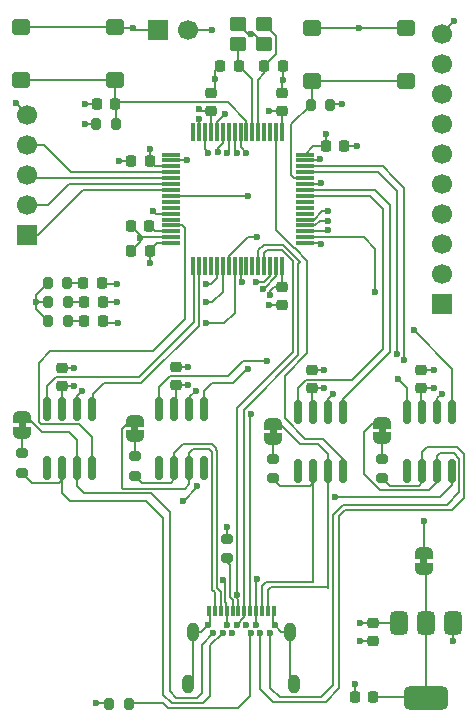
<source format=gbr>
%TF.GenerationSoftware,KiCad,Pcbnew,9.0.4*%
%TF.CreationDate,2025-09-10T15:59:19+03:00*%
%TF.ProjectId,Asius1,41736975-7331-42e6-9b69-6361645f7063,rev?*%
%TF.SameCoordinates,Original*%
%TF.FileFunction,Copper,L1,Top*%
%TF.FilePolarity,Positive*%
%FSLAX46Y46*%
G04 Gerber Fmt 4.6, Leading zero omitted, Abs format (unit mm)*
G04 Created by KiCad (PCBNEW 9.0.4) date 2025-09-10 15:59:19*
%MOMM*%
%LPD*%
G01*
G04 APERTURE LIST*
G04 Aperture macros list*
%AMRoundRect*
0 Rectangle with rounded corners*
0 $1 Rounding radius*
0 $2 $3 $4 $5 $6 $7 $8 $9 X,Y pos of 4 corners*
0 Add a 4 corners polygon primitive as box body*
4,1,4,$2,$3,$4,$5,$6,$7,$8,$9,$2,$3,0*
0 Add four circle primitives for the rounded corners*
1,1,$1+$1,$2,$3*
1,1,$1+$1,$4,$5*
1,1,$1+$1,$6,$7*
1,1,$1+$1,$8,$9*
0 Add four rect primitives between the rounded corners*
20,1,$1+$1,$2,$3,$4,$5,0*
20,1,$1+$1,$4,$5,$6,$7,0*
20,1,$1+$1,$6,$7,$8,$9,0*
20,1,$1+$1,$8,$9,$2,$3,0*%
%AMFreePoly0*
4,1,23,0.500000,-0.750000,0.000000,-0.750000,0.000000,-0.745722,-0.065263,-0.745722,-0.191342,-0.711940,-0.304381,-0.646677,-0.396677,-0.554381,-0.461940,-0.441342,-0.495722,-0.315263,-0.495722,-0.250000,-0.500000,-0.250000,-0.500000,0.250000,-0.495722,0.250000,-0.495722,0.315263,-0.461940,0.441342,-0.396677,0.554381,-0.304381,0.646677,-0.191342,0.711940,-0.065263,0.745722,0.000000,0.745722,
0.000000,0.750000,0.500000,0.750000,0.500000,-0.750000,0.500000,-0.750000,$1*%
%AMFreePoly1*
4,1,23,0.000000,0.745722,0.065263,0.745722,0.191342,0.711940,0.304381,0.646677,0.396677,0.554381,0.461940,0.441342,0.495722,0.315263,0.495722,0.250000,0.500000,0.250000,0.500000,-0.250000,0.495722,-0.250000,0.495722,-0.315263,0.461940,-0.441342,0.396677,-0.554381,0.304381,-0.646677,0.191342,-0.711940,0.065263,-0.745722,0.000000,-0.745722,0.000000,-0.750000,-0.500000,-0.750000,
-0.500000,0.750000,0.000000,0.750000,0.000000,0.745722,0.000000,0.745722,$1*%
G04 Aperture macros list end*
%TA.AperFunction,EtchedComponent*%
%ADD10C,0.000000*%
%TD*%
%TA.AperFunction,ComponentPad*%
%ADD11O,1.000000X1.600000*%
%TD*%
%TA.AperFunction,SMDPad,CuDef*%
%ADD12R,0.300000X0.900000*%
%TD*%
%TA.AperFunction,ComponentPad*%
%ADD13C,0.600000*%
%TD*%
%TA.AperFunction,SMDPad,CuDef*%
%ADD14RoundRect,0.200000X-0.200000X-0.275000X0.200000X-0.275000X0.200000X0.275000X-0.200000X0.275000X0*%
%TD*%
%TA.AperFunction,SMDPad,CuDef*%
%ADD15RoundRect,0.250000X-0.450000X-0.350000X0.450000X-0.350000X0.450000X0.350000X-0.450000X0.350000X0*%
%TD*%
%TA.AperFunction,SMDPad,CuDef*%
%ADD16RoundRect,0.250000X-0.525000X-0.400000X0.525000X-0.400000X0.525000X0.400000X-0.525000X0.400000X0*%
%TD*%
%TA.AperFunction,SMDPad,CuDef*%
%ADD17RoundRect,0.200000X0.200000X0.275000X-0.200000X0.275000X-0.200000X-0.275000X0.200000X-0.275000X0*%
%TD*%
%TA.AperFunction,SMDPad,CuDef*%
%ADD18RoundRect,0.225000X0.250000X-0.225000X0.250000X0.225000X-0.250000X0.225000X-0.250000X-0.225000X0*%
%TD*%
%TA.AperFunction,SMDPad,CuDef*%
%ADD19RoundRect,0.225000X-0.225000X-0.250000X0.225000X-0.250000X0.225000X0.250000X-0.225000X0.250000X0*%
%TD*%
%TA.AperFunction,SMDPad,CuDef*%
%ADD20RoundRect,0.225000X0.225000X0.250000X-0.225000X0.250000X-0.225000X-0.250000X0.225000X-0.250000X0*%
%TD*%
%TA.AperFunction,SMDPad,CuDef*%
%ADD21FreePoly0,270.000000*%
%TD*%
%TA.AperFunction,SMDPad,CuDef*%
%ADD22FreePoly1,270.000000*%
%TD*%
%TA.AperFunction,SMDPad,CuDef*%
%ADD23RoundRect,0.218750X0.218750X0.256250X-0.218750X0.256250X-0.218750X-0.256250X0.218750X-0.256250X0*%
%TD*%
%TA.AperFunction,ComponentPad*%
%ADD24R,1.700000X1.700000*%
%TD*%
%TA.AperFunction,ComponentPad*%
%ADD25C,1.700000*%
%TD*%
%TA.AperFunction,SMDPad,CuDef*%
%ADD26RoundRect,0.200000X-0.275000X0.200000X-0.275000X-0.200000X0.275000X-0.200000X0.275000X0.200000X0*%
%TD*%
%TA.AperFunction,SMDPad,CuDef*%
%ADD27RoundRect,0.200000X0.275000X-0.200000X0.275000X0.200000X-0.275000X0.200000X-0.275000X-0.200000X0*%
%TD*%
%TA.AperFunction,SMDPad,CuDef*%
%ADD28RoundRect,0.150000X-0.150000X0.825000X-0.150000X-0.825000X0.150000X-0.825000X0.150000X0.825000X0*%
%TD*%
%TA.AperFunction,SMDPad,CuDef*%
%ADD29RoundRect,0.375000X-0.375000X0.625000X-0.375000X-0.625000X0.375000X-0.625000X0.375000X0.625000X0*%
%TD*%
%TA.AperFunction,SMDPad,CuDef*%
%ADD30RoundRect,0.500000X-1.400000X0.500000X-1.400000X-0.500000X1.400000X-0.500000X1.400000X0.500000X0*%
%TD*%
%TA.AperFunction,SMDPad,CuDef*%
%ADD31RoundRect,0.225000X-0.250000X0.225000X-0.250000X-0.225000X0.250000X-0.225000X0.250000X0.225000X0*%
%TD*%
%TA.AperFunction,SMDPad,CuDef*%
%ADD32RoundRect,0.075000X-0.075000X0.700000X-0.075000X-0.700000X0.075000X-0.700000X0.075000X0.700000X0*%
%TD*%
%TA.AperFunction,SMDPad,CuDef*%
%ADD33RoundRect,0.075000X-0.700000X0.075000X-0.700000X-0.075000X0.700000X-0.075000X0.700000X0.075000X0*%
%TD*%
%TA.AperFunction,ViaPad*%
%ADD34C,0.600000*%
%TD*%
%TA.AperFunction,Conductor*%
%ADD35C,0.200000*%
%TD*%
G04 APERTURE END LIST*
D10*
%TA.AperFunction,EtchedComponent*%
%TO.C,JP2*%
G36*
X90050000Y-106650000D02*
G01*
X89450000Y-106650000D01*
X89450000Y-106150000D01*
X90050000Y-106150000D01*
X90050000Y-106650000D01*
G37*
%TD.AperFunction*%
%TA.AperFunction,EtchedComponent*%
%TO.C,JP3*%
G36*
X78300000Y-106400000D02*
G01*
X77700000Y-106400000D01*
X77700000Y-105900000D01*
X78300000Y-105900000D01*
X78300000Y-106400000D01*
G37*
%TD.AperFunction*%
%TA.AperFunction,EtchedComponent*%
%TO.C,JP5*%
G36*
X102800000Y-117650000D02*
G01*
X102200000Y-117650000D01*
X102200000Y-117150000D01*
X102800000Y-117150000D01*
X102800000Y-117650000D01*
G37*
%TD.AperFunction*%
%TA.AperFunction,EtchedComponent*%
%TO.C,JP4*%
G36*
X68800000Y-106125000D02*
G01*
X68200000Y-106125000D01*
X68200000Y-105625000D01*
X68800000Y-105625000D01*
X68800000Y-106125000D01*
G37*
%TD.AperFunction*%
%TA.AperFunction,EtchedComponent*%
%TO.C,JP1*%
G36*
X99290000Y-106600000D02*
G01*
X98690000Y-106600000D01*
X98690000Y-106100000D01*
X99290000Y-106100000D01*
X99290000Y-106600000D01*
G37*
%TD.AperFunction*%
%TD*%
D11*
%TO.P,USBC1,0,0*%
%TO.N,GND*%
X82560000Y-127810000D03*
X82920000Y-123400000D03*
X91180000Y-123400000D03*
X91540000Y-127810000D03*
D12*
%TO.P,USBC1,A1,GND*%
X84299500Y-121600000D03*
%TO.P,USBC1,A2,SSTXP1*%
%TO.N,/CAN1_H*%
X84800000Y-121600000D03*
%TO.P,USBC1,A3,SSTXn1*%
%TO.N,/CAN1_L*%
X85300000Y-121600000D03*
%TO.P,USBC1,A4,VBUS*%
%TO.N,+5V*%
X85800000Y-121600000D03*
%TO.P,USBC1,A5,CC1*%
%TO.N,Net-(USBC1-CC1)*%
X86300000Y-121600000D03*
%TO.P,USBC1,A6,DP1*%
%TO.N,/D+*%
X86800000Y-121600000D03*
%TO.P,USBC1,A7,DN1*%
%TO.N,/D-*%
X87300000Y-121600000D03*
%TO.P,USBC1,A8,SUB1*%
%TO.N,/SBU1*%
X87800000Y-121600000D03*
%TO.P,USBC1,A9,VBUS*%
%TO.N,+5V*%
X88300000Y-121600000D03*
%TO.P,USBC1,A10,SSRXn2*%
%TO.N,/CAN2_L*%
X88800000Y-121600000D03*
%TO.P,USBC1,A11,SSRXp2*%
%TO.N,/CAN2_H*%
X89300000Y-121600000D03*
%TO.P,USBC1,A12,GND*%
%TO.N,GND*%
X89800000Y-121600000D03*
D13*
%TO.P,USBC1,B1,GND*%
X89850000Y-122810000D03*
%TO.P,USBC1,B2,SSTXp2*%
%TO.N,/CAN3_H*%
X89450000Y-123510000D03*
%TO.P,USBC1,B3,SSTXn2*%
%TO.N,/CAN3_L*%
X88650000Y-123510000D03*
%TO.P,USBC1,B4,VBUS*%
%TO.N,+5V*%
X88250000Y-122810000D03*
%TO.P,USBC1,B5,CC2*%
%TO.N,Net-(USBC1-CC2)*%
X87850000Y-123510000D03*
%TO.P,USBC1,B6,DP2*%
%TO.N,/D+*%
X87450000Y-122810000D03*
%TO.P,USBC1,B7,DN2*%
%TO.N,/D-*%
X86650000Y-122810000D03*
%TO.P,USBC1,B8,SUB2*%
%TO.N,/SBU2*%
X86250000Y-123510000D03*
%TO.P,USBC1,B9,VBUS*%
%TO.N,+5V*%
X85850000Y-122810000D03*
%TO.P,USBC1,B10,SSRXn1*%
%TO.N,/CAN4_L*%
X85450000Y-123510000D03*
%TO.P,USBC1,B11,SSRXp1*%
%TO.N,/CAN4_H*%
X84650000Y-123510000D03*
%TO.P,USBC1,B12,GND*%
%TO.N,GND*%
X84250000Y-122810000D03*
%TD*%
D14*
%TO.P,R5,1*%
%TO.N,+3.3V*%
X74770000Y-80425000D03*
%TO.P,R5,2*%
%TO.N,Net-(U1-NRST)*%
X76420000Y-80425000D03*
%TD*%
D15*
%TO.P,Y2,1,1*%
%TO.N,Net-(U1-PH1)*%
X86800000Y-73650000D03*
%TO.P,Y2,2,2*%
%TO.N,GND*%
X89000000Y-73650000D03*
%TO.P,Y2,3,3*%
%TO.N,Net-(U1-PH0)*%
X89000000Y-71950000D03*
%TO.P,Y2,4,4*%
%TO.N,GND*%
X86800000Y-71950000D03*
%TD*%
D16*
%TO.P,SW2,1,1*%
%TO.N,GND*%
X68345000Y-72175000D03*
X76305000Y-72175000D03*
%TO.P,SW2,2,2*%
%TO.N,Net-(U1-NRST)*%
X68345000Y-76675000D03*
X76305000Y-76675000D03*
%TD*%
D17*
%TO.P,R8,1*%
%TO.N,Net-(D2-A)*%
X72325000Y-95475000D03*
%TO.P,R8,2*%
%TO.N,+3.3V*%
X70675000Y-95475000D03*
%TD*%
D18*
%TO.P,C10,1*%
%TO.N,+3.3V*%
X81500000Y-102525000D03*
%TO.P,C10,2*%
%TO.N,GND*%
X81500000Y-100975000D03*
%TD*%
D19*
%TO.P,C9,1*%
%TO.N,Net-(U1-PH0)*%
X89000000Y-75450000D03*
%TO.P,C9,2*%
%TO.N,GND*%
X90550000Y-75450000D03*
%TD*%
%TO.P,C2,1*%
%TO.N,+3.3V*%
X94225000Y-82275000D03*
%TO.P,C2,2*%
%TO.N,GND*%
X95775000Y-82275000D03*
%TD*%
D20*
%TO.P,C4,1*%
%TO.N,+3.3V*%
X79275000Y-91125000D03*
%TO.P,C4,2*%
%TO.N,GND*%
X77725000Y-91125000D03*
%TD*%
D21*
%TO.P,JP2,1,A*%
%TO.N,/CAN2_H*%
X89750000Y-105750000D03*
D22*
%TO.P,JP2,2,B*%
%TO.N,Net-(JP2-B)*%
X89750000Y-107050000D03*
%TD*%
D20*
%TO.P,C18,1*%
%TO.N,Net-(U1-NRST)*%
X76345000Y-78675000D03*
%TO.P,C18,2*%
%TO.N,GND*%
X74795000Y-78675000D03*
%TD*%
%TO.P,C6,1*%
%TO.N,Net-(U1-PH1)*%
X86825000Y-75450000D03*
%TO.P,C6,2*%
%TO.N,GND*%
X85275000Y-75450000D03*
%TD*%
D21*
%TO.P,JP3,1,A*%
%TO.N,/CAN1_H*%
X78000000Y-105500000D03*
D22*
%TO.P,JP3,2,B*%
%TO.N,Net-(JP3-B)*%
X78000000Y-106800000D03*
%TD*%
D23*
%TO.P,D2,1,K*%
%TO.N,Net-(D2-K)*%
X75287500Y-95475000D03*
%TO.P,D2,2,A*%
%TO.N,Net-(D2-A)*%
X73712500Y-95475000D03*
%TD*%
D18*
%TO.P,C11,1*%
%TO.N,+3.3V*%
X93000000Y-102775000D03*
%TO.P,C11,2*%
%TO.N,GND*%
X93000000Y-101225000D03*
%TD*%
D24*
%TO.P,J2,1,Pin_1*%
%TO.N,/PC2*%
X104000000Y-95610000D03*
D25*
%TO.P,J2,2,Pin_2*%
%TO.N,/PC4*%
X104000000Y-93070000D03*
%TO.P,J2,3,Pin_3*%
%TO.N,/PC8*%
X104000000Y-90530000D03*
%TO.P,J2,4,Pin_4*%
%TO.N,/PC10*%
X104000000Y-87990000D03*
%TO.P,J2,5,Pin_5*%
%TO.N,/PC11*%
X104000000Y-85450000D03*
%TO.P,J2,6,Pin_6*%
%TO.N,/PC12*%
X104000000Y-82910000D03*
%TO.P,J2,7,Pin_7*%
%TO.N,/PA1*%
X104000000Y-80370000D03*
%TO.P,J2,8,Pin_8*%
%TO.N,/PA13*%
X104000000Y-77830000D03*
%TO.P,J2,9,Pin_9*%
%TO.N,/PA14*%
X104000000Y-75290000D03*
%TO.P,J2,10,Pin_10*%
%TO.N,GND*%
X104000000Y-72750000D03*
%TD*%
D26*
%TO.P,R9,1*%
%TO.N,Net-(JP2-B)*%
X89750000Y-108750000D03*
%TO.P,R9,2*%
%TO.N,/CAN2_L*%
X89750000Y-110400000D03*
%TD*%
D27*
%TO.P,R12,1*%
%TO.N,Net-(USBC1-CC1)*%
X85800000Y-117137500D03*
%TO.P,R12,2*%
%TO.N,GND*%
X85800000Y-115487500D03*
%TD*%
D28*
%TO.P,U3,1,D*%
%TO.N,/CAN1_T*%
X83905000Y-104525000D03*
%TO.P,U3,2,GND*%
%TO.N,GND*%
X82635000Y-104525000D03*
%TO.P,U3,3,VCC*%
%TO.N,+3.3V*%
X81365000Y-104525000D03*
%TO.P,U3,4,R*%
%TO.N,/CAN1_R*%
X80095000Y-104525000D03*
%TO.P,U3,5,Vref*%
%TO.N,unconnected-(U3-Vref-Pad5)*%
X80095000Y-109475000D03*
%TO.P,U3,6,CANL*%
%TO.N,/CAN1_L*%
X81365000Y-109475000D03*
%TO.P,U3,7,CANH*%
%TO.N,/CAN1_H*%
X82635000Y-109475000D03*
%TO.P,U3,8,Rs*%
%TO.N,/CAN1_E*%
X83905000Y-109475000D03*
%TD*%
D23*
%TO.P,D4,1,K*%
%TO.N,Net-(D4-K)*%
X75318750Y-97100000D03*
%TO.P,D4,2,A*%
%TO.N,Net-(D4-A)*%
X73743750Y-97100000D03*
%TD*%
D17*
%TO.P,R1,1*%
%TO.N,Net-(D1-A)*%
X72281250Y-93875000D03*
%TO.P,R1,2*%
%TO.N,+3.3V*%
X70631250Y-93875000D03*
%TD*%
D20*
%TO.P,C7,1*%
%TO.N,Net-(U1-VCAP_1)*%
X79250000Y-89000000D03*
%TO.P,C7,2*%
%TO.N,GND*%
X77700000Y-89000000D03*
%TD*%
D29*
%TO.P,U5,1,GND*%
%TO.N,GND*%
X104950000Y-122650000D03*
%TO.P,U5,2,VO*%
%TO.N,Net-(JP5-B)*%
X102650000Y-122650000D03*
D30*
X102650000Y-128950000D03*
D29*
%TO.P,U5,3,VI*%
%TO.N,+5V*%
X100350000Y-122650000D03*
%TD*%
D31*
%TO.P,C3,1*%
%TO.N,+3.3V*%
X90475000Y-94200000D03*
%TO.P,C3,2*%
%TO.N,GND*%
X90475000Y-95750000D03*
%TD*%
D28*
%TO.P,U2,1,D*%
%TO.N,/CAN4_T*%
X74405000Y-104525000D03*
%TO.P,U2,2,GND*%
%TO.N,GND*%
X73135000Y-104525000D03*
%TO.P,U2,3,VCC*%
%TO.N,+3.3V*%
X71865000Y-104525000D03*
%TO.P,U2,4,R*%
%TO.N,/CAN4_R*%
X70595000Y-104525000D03*
%TO.P,U2,5,Vref*%
%TO.N,unconnected-(U2-Vref-Pad5)*%
X70595000Y-109475000D03*
%TO.P,U2,6,CANL*%
%TO.N,/CAN4_L*%
X71865000Y-109475000D03*
%TO.P,U2,7,CANH*%
%TO.N,/CAN4_H*%
X73135000Y-109475000D03*
%TO.P,U2,8,Rs*%
%TO.N,/CAN4_E*%
X74405000Y-109475000D03*
%TD*%
%TO.P,U4,1,D*%
%TO.N,/CAN2_T*%
X95655000Y-104775000D03*
%TO.P,U4,2,GND*%
%TO.N,GND*%
X94385000Y-104775000D03*
%TO.P,U4,3,VCC*%
%TO.N,+3.3V*%
X93115000Y-104775000D03*
%TO.P,U4,4,R*%
%TO.N,/CAN2_R*%
X91845000Y-104775000D03*
%TO.P,U4,5,Vref*%
%TO.N,unconnected-(U4-Vref-Pad5)*%
X91845000Y-109725000D03*
%TO.P,U4,6,CANL*%
%TO.N,/CAN2_L*%
X93115000Y-109725000D03*
%TO.P,U4,7,CANH*%
%TO.N,/CAN2_H*%
X94385000Y-109725000D03*
%TO.P,U4,8,Rs*%
%TO.N,/CAN2_E*%
X95655000Y-109725000D03*
%TD*%
D26*
%TO.P,R7,1*%
%TO.N,Net-(JP1-B)*%
X98990000Y-108750000D03*
%TO.P,R7,2*%
%TO.N,/CAN3_L*%
X98990000Y-110400000D03*
%TD*%
D21*
%TO.P,JP5,1,A*%
%TO.N,+3.3V*%
X102500000Y-116750000D03*
D22*
%TO.P,JP5,2,B*%
%TO.N,Net-(JP5-B)*%
X102500000Y-118050000D03*
%TD*%
D26*
%TO.P,R11,1*%
%TO.N,Net-(JP4-B)*%
X68500000Y-108275000D03*
%TO.P,R11,2*%
%TO.N,/CAN4_L*%
X68500000Y-109925000D03*
%TD*%
D18*
%TO.P,C1,1*%
%TO.N,+3.3V*%
X84475000Y-79300000D03*
%TO.P,C1,2*%
%TO.N,GND*%
X84475000Y-77750000D03*
%TD*%
D21*
%TO.P,JP4,1,A*%
%TO.N,/CAN4_H*%
X68500000Y-105225000D03*
D22*
%TO.P,JP4,2,B*%
%TO.N,Net-(JP4-B)*%
X68500000Y-106525000D03*
%TD*%
D18*
%TO.P,C15,1*%
%TO.N,+3.3V*%
X71845000Y-102575000D03*
%TO.P,C15,2*%
%TO.N,GND*%
X71845000Y-101025000D03*
%TD*%
%TO.P,C8,1*%
%TO.N,+3.3V*%
X90475000Y-79300000D03*
%TO.P,C8,2*%
%TO.N,GND*%
X90475000Y-77750000D03*
%TD*%
D23*
%TO.P,D1,1,K*%
%TO.N,Net-(D1-K)*%
X75243750Y-93875000D03*
%TO.P,D1,2,A*%
%TO.N,Net-(D1-A)*%
X73668750Y-93875000D03*
%TD*%
D18*
%TO.P,C12,1*%
%TO.N,+3.3V*%
X102240000Y-102775000D03*
%TO.P,C12,2*%
%TO.N,GND*%
X102240000Y-101225000D03*
%TD*%
D24*
%TO.P,J1,1,Pin_1*%
%TO.N,/MOSI*%
X68925000Y-89800000D03*
D25*
%TO.P,J1,2,Pin_2*%
%TO.N,/MISO*%
X68925000Y-87260000D03*
%TO.P,J1,3,Pin_3*%
%TO.N,/SCK*%
X68925000Y-84720000D03*
%TO.P,J1,4,Pin_4*%
%TO.N,/NSS*%
X68925000Y-82180000D03*
%TO.P,J1,5,Pin_5*%
%TO.N,GND*%
X68925000Y-79640000D03*
%TD*%
D32*
%TO.P,U1,1,VBAT*%
%TO.N,+3.3V*%
X90475000Y-81050000D03*
%TO.P,U1,2,PC13*%
%TO.N,/CAN2_E*%
X89975000Y-81050000D03*
%TO.P,U1,3,PC14*%
%TO.N,unconnected-(U1-PC14-Pad3)*%
X89475000Y-81050000D03*
%TO.P,U1,4,PC15*%
%TO.N,unconnected-(U1-PC15-Pad4)*%
X88975000Y-81050000D03*
%TO.P,U1,5,PH0*%
%TO.N,Net-(U1-PH0)*%
X88475000Y-81050000D03*
%TO.P,U1,6,PH1*%
%TO.N,Net-(U1-PH1)*%
X87975000Y-81050000D03*
%TO.P,U1,7,NRST*%
%TO.N,Net-(U1-NRST)*%
X87475000Y-81050000D03*
%TO.P,U1,8,PC0*%
%TO.N,/SBU1*%
X86975000Y-81050000D03*
%TO.P,U1,9,PC1*%
%TO.N,/CAN1_E*%
X86475000Y-81050000D03*
%TO.P,U1,10,PC2*%
%TO.N,/PC2*%
X85975000Y-81050000D03*
%TO.P,U1,11,PC3*%
%TO.N,/SBU2*%
X85475000Y-81050000D03*
%TO.P,U1,12,VSSA*%
%TO.N,GND*%
X84975000Y-81050000D03*
%TO.P,U1,13,VDDA*%
%TO.N,+3.3V*%
X84475000Y-81050000D03*
%TO.P,U1,14,PA0*%
%TO.N,/CAN3_E*%
X83975000Y-81050000D03*
%TO.P,U1,15,PA1*%
%TO.N,/PA1*%
X83475000Y-81050000D03*
%TO.P,U1,16,PA2*%
%TO.N,unconnected-(U1-PA2-Pad16)*%
X82975000Y-81050000D03*
D33*
%TO.P,U1,17,PA3*%
%TO.N,unconnected-(U1-PA3-Pad17)*%
X81050000Y-82975000D03*
%TO.P,U1,18,VSS*%
%TO.N,GND*%
X81050000Y-83475000D03*
%TO.P,U1,19,VDD*%
%TO.N,+3.3V*%
X81050000Y-83975000D03*
%TO.P,U1,20,PA4*%
%TO.N,/NSS*%
X81050000Y-84475000D03*
%TO.P,U1,21,PA5*%
%TO.N,/SCK*%
X81050000Y-84975000D03*
%TO.P,U1,22,PA6*%
%TO.N,/MISO*%
X81050000Y-85475000D03*
%TO.P,U1,23,PA7*%
%TO.N,/MOSI*%
X81050000Y-85975000D03*
%TO.P,U1,24,PC4*%
%TO.N,/PC4*%
X81050000Y-86475000D03*
%TO.P,U1,25,PC5*%
%TO.N,unconnected-(U1-PC5-Pad25)*%
X81050000Y-86975000D03*
%TO.P,U1,26,PB0*%
%TO.N,unconnected-(U1-PB0-Pad26)*%
X81050000Y-87475000D03*
%TO.P,U1,27,PB1*%
%TO.N,GND*%
X81050000Y-87975000D03*
%TO.P,U1,28,PB2*%
%TO.N,unconnected-(U1-PB2-Pad28)*%
X81050000Y-88475000D03*
%TO.P,U1,29,PB10*%
%TO.N,/CAN4_E*%
X81050000Y-88975000D03*
%TO.P,U1,30,VCAP_1*%
%TO.N,Net-(U1-VCAP_1)*%
X81050000Y-89475000D03*
%TO.P,U1,31,VSS*%
%TO.N,GND*%
X81050000Y-89975000D03*
%TO.P,U1,32,VDD*%
%TO.N,+3.3V*%
X81050000Y-90475000D03*
D32*
%TO.P,U1,33,PB12*%
%TO.N,/CAN4_R*%
X82975000Y-92400000D03*
%TO.P,U1,34,PB13*%
%TO.N,/CAN4_T*%
X83475000Y-92400000D03*
%TO.P,U1,35,PB14*%
%TO.N,unconnected-(U1-PB14-Pad35)*%
X83975000Y-92400000D03*
%TO.P,U1,36,PB15*%
%TO.N,unconnected-(U1-PB15-Pad36)*%
X84475000Y-92400000D03*
%TO.P,U1,37,PC6*%
%TO.N,Net-(D1-K)*%
X84975000Y-92400000D03*
%TO.P,U1,38,PC7*%
%TO.N,Net-(D2-K)*%
X85475000Y-92400000D03*
%TO.P,U1,39,PC8*%
%TO.N,/PC8*%
X85975000Y-92400000D03*
%TO.P,U1,40,PC9*%
%TO.N,Net-(D4-K)*%
X86475000Y-92400000D03*
%TO.P,U1,41,PA8*%
%TO.N,/CAN3_R*%
X86975000Y-92400000D03*
%TO.P,U1,42,PA9*%
%TO.N,unconnected-(U1-PA9-Pad42)*%
X87475000Y-92400000D03*
%TO.P,U1,43,PA10*%
%TO.N,unconnected-(U1-PA10-Pad43)*%
X87975000Y-92400000D03*
%TO.P,U1,44,PA11*%
%TO.N,/D-*%
X88475000Y-92400000D03*
%TO.P,U1,45,PA12*%
%TO.N,/D+*%
X88975000Y-92400000D03*
%TO.P,U1,46,PA13*%
%TO.N,/PA13*%
X89475000Y-92400000D03*
%TO.P,U1,47,VSS*%
%TO.N,GND*%
X89975000Y-92400000D03*
%TO.P,U1,48,VDD*%
%TO.N,+3.3V*%
X90475000Y-92400000D03*
D33*
%TO.P,U1,49,PA14*%
%TO.N,/PA14*%
X92400000Y-90475000D03*
%TO.P,U1,50,PA15*%
%TO.N,/CAN3_T*%
X92400000Y-89975000D03*
%TO.P,U1,51,PC10*%
%TO.N,/PC10*%
X92400000Y-89475000D03*
%TO.P,U1,52,PC11*%
%TO.N,/PC11*%
X92400000Y-88975000D03*
%TO.P,U1,53,PC12*%
%TO.N,/PC12*%
X92400000Y-88475000D03*
%TO.P,U1,54,PD2*%
%TO.N,unconnected-(U1-PD2-Pad54)*%
X92400000Y-87975000D03*
%TO.P,U1,55,PB3*%
%TO.N,unconnected-(U1-PB3-Pad55)*%
X92400000Y-87475000D03*
%TO.P,U1,56,PB4*%
%TO.N,unconnected-(U1-PB4-Pad56)*%
X92400000Y-86975000D03*
%TO.P,U1,57,PB5*%
%TO.N,/CAN2_R*%
X92400000Y-86475000D03*
%TO.P,U1,58,PB6*%
%TO.N,/CAN2_T*%
X92400000Y-85975000D03*
%TO.P,U1,59,PB7*%
%TO.N,GND*%
X92400000Y-85475000D03*
%TO.P,U1,60,BOOT0*%
%TO.N,Net-(U1-BOOT0)*%
X92400000Y-84975000D03*
%TO.P,U1,61,PB8*%
%TO.N,/CAN1_T*%
X92400000Y-84475000D03*
%TO.P,U1,62,PB9*%
%TO.N,/CAN1_R*%
X92400000Y-83975000D03*
%TO.P,U1,63,VSS*%
%TO.N,GND*%
X92400000Y-83475000D03*
%TO.P,U1,64,VDD*%
%TO.N,+3.3V*%
X92400000Y-82975000D03*
%TD*%
D21*
%TO.P,JP1,1,A*%
%TO.N,/CAN3_H*%
X98990000Y-105700000D03*
D22*
%TO.P,JP1,2,B*%
%TO.N,Net-(JP1-B)*%
X98990000Y-107000000D03*
%TD*%
D24*
%TO.P,J3,1,Pin_1*%
%TO.N,GND*%
X80000000Y-72400000D03*
D25*
%TO.P,J3,2,Pin_2*%
%TO.N,+3.3V*%
X82540000Y-72400000D03*
%TD*%
D18*
%TO.P,C13,1*%
%TO.N,GND*%
X98225000Y-124200000D03*
%TO.P,C13,2*%
%TO.N,+5V*%
X98225000Y-122650000D03*
%TD*%
D28*
%TO.P,U6,1,D*%
%TO.N,/CAN3_T*%
X104895000Y-104775000D03*
%TO.P,U6,2,GND*%
%TO.N,GND*%
X103625000Y-104775000D03*
%TO.P,U6,3,VCC*%
%TO.N,+3.3V*%
X102355000Y-104775000D03*
%TO.P,U6,4,R*%
%TO.N,/CAN3_R*%
X101085000Y-104775000D03*
%TO.P,U6,5,Vref*%
%TO.N,unconnected-(U6-Vref-Pad5)*%
X101085000Y-109725000D03*
%TO.P,U6,6,CANL*%
%TO.N,/CAN3_L*%
X102355000Y-109725000D03*
%TO.P,U6,7,CANH*%
%TO.N,/CAN3_H*%
X103625000Y-109725000D03*
%TO.P,U6,8,Rs*%
%TO.N,/CAN3_E*%
X104895000Y-109725000D03*
%TD*%
D19*
%TO.P,C14,1*%
%TO.N,GND*%
X96675000Y-128905000D03*
%TO.P,C14,2*%
%TO.N,Net-(JP5-B)*%
X98225000Y-128905000D03*
%TD*%
D17*
%TO.P,R13,1*%
%TO.N,Net-(USBC1-CC2)*%
X77500000Y-129500000D03*
%TO.P,R13,2*%
%TO.N,GND*%
X75850000Y-129500000D03*
%TD*%
D20*
%TO.P,C5,1*%
%TO.N,+3.3V*%
X79275000Y-83525000D03*
%TO.P,C5,2*%
%TO.N,GND*%
X77725000Y-83525000D03*
%TD*%
D17*
%TO.P,R3,1*%
%TO.N,Net-(D4-A)*%
X72356250Y-97100000D03*
%TO.P,R3,2*%
%TO.N,+3.3V*%
X70706250Y-97100000D03*
%TD*%
D26*
%TO.P,R10,1*%
%TO.N,Net-(JP3-B)*%
X78000000Y-108500000D03*
%TO.P,R10,2*%
%TO.N,/CAN1_L*%
X78000000Y-110150000D03*
%TD*%
D14*
%TO.P,R2,1*%
%TO.N,Net-(U1-BOOT0)*%
X92925000Y-78750000D03*
%TO.P,R2,2*%
%TO.N,GND*%
X94575000Y-78750000D03*
%TD*%
D16*
%TO.P,SW1,1,1*%
%TO.N,+3.3V*%
X93000000Y-72250000D03*
X100960000Y-72250000D03*
%TO.P,SW1,2,2*%
%TO.N,Net-(U1-BOOT0)*%
X93000000Y-76750000D03*
X100960000Y-76750000D03*
%TD*%
D34*
%TO.N,/D+*%
X86700000Y-120300000D03*
%TO.N,GND*%
X85700000Y-79575000D03*
X89400000Y-95750000D03*
X104000000Y-103225000D03*
X77875000Y-72250000D03*
X85850000Y-114487500D03*
X79550000Y-87750000D03*
X95550000Y-78725000D03*
X96675000Y-127800000D03*
X93737500Y-83375000D03*
X88871366Y-94325000D03*
X84850000Y-76575000D03*
X104950000Y-124200000D03*
X78475000Y-90025000D03*
X103325000Y-101250000D03*
X82550000Y-100975000D03*
X94050000Y-101225000D03*
X90550000Y-76650000D03*
X72900000Y-101050000D03*
X76650000Y-83525000D03*
X83200000Y-102975000D03*
X74725000Y-129450000D03*
X96800000Y-82275000D03*
X73590544Y-102957772D03*
X73800000Y-78675000D03*
X87850000Y-72775000D03*
X82425000Y-83475000D03*
X94825000Y-103225000D03*
X67925000Y-78625000D03*
X105050000Y-71675000D03*
X97125000Y-124200000D03*
X93750000Y-85375000D03*
%TO.N,+3.3V*%
X83475000Y-79149000D03*
X102500000Y-114025000D03*
X79275000Y-92175000D03*
X94225000Y-81225000D03*
X72875000Y-102600000D03*
X89400000Y-79300000D03*
X84575000Y-72400000D03*
X103350000Y-102710008D03*
X82525000Y-102525000D03*
X94050000Y-102750000D03*
X69675000Y-95450000D03*
X79275000Y-82500000D03*
X89475000Y-94850000D03*
X73775000Y-80400000D03*
X97000000Y-72225000D03*
%TO.N,Net-(D1-K)*%
X76500000Y-93925000D03*
X84026000Y-93925000D03*
%TO.N,Net-(D2-K)*%
X76525000Y-95450000D03*
X84026000Y-95450000D03*
%TO.N,Net-(D4-K)*%
X76575000Y-97225000D03*
X84026000Y-97225000D03*
%TO.N,/PC10*%
X94375000Y-89375000D03*
%TO.N,/PA13*%
X88275000Y-93725000D03*
%TO.N,/PC11*%
X94399208Y-88575364D03*
%TO.N,/PC4*%
X87600000Y-86450000D03*
%TO.N,/PC12*%
X94400697Y-87775363D03*
%TO.N,/PA14*%
X93800000Y-90575000D03*
%TO.N,/PA1*%
X83464057Y-79948925D03*
%TO.N,/PC8*%
X88400000Y-89975000D03*
%TO.N,/PC2*%
X85837201Y-82811736D03*
%TO.N,/SBU2*%
X85037793Y-82780890D03*
X82125000Y-112300000D03*
X83325000Y-111050000D03*
%TO.N,/SBU1*%
X87850000Y-104961765D03*
X87475000Y-82850000D03*
%TO.N,/CAN3_R*%
X87075000Y-93800000D03*
X100295000Y-101955000D03*
%TO.N,/CAN1_R*%
X100850000Y-100350000D03*
X89250000Y-100425000D03*
%TO.N,/CAN3_T*%
X101625000Y-97850000D03*
X98400000Y-94625000D03*
%TO.N,/CAN1_E*%
X86636712Y-82839758D03*
X83924000Y-109475000D03*
%TO.N,/CAN1_T*%
X100225000Y-99825000D03*
X87626000Y-101163235D03*
%TO.N,/CAN3_E*%
X94985000Y-111975000D03*
X84238189Y-82806107D03*
%TO.N,+5V*%
X88350000Y-118950000D03*
X85501000Y-119000000D03*
X97125000Y-122625000D03*
%TD*%
D35*
%TO.N,GND*%
X91180000Y-123400000D02*
X91180000Y-127450000D01*
X91180000Y-127450000D02*
X91540000Y-127810000D01*
X82920000Y-123400000D02*
X82920000Y-127450000D01*
X82920000Y-127450000D02*
X82560000Y-127810000D01*
X89850000Y-122810000D02*
X90440000Y-123400000D01*
X90440000Y-123400000D02*
X91180000Y-123400000D01*
X84250000Y-122810000D02*
X83660000Y-123400000D01*
X83660000Y-123400000D02*
X82920000Y-123400000D01*
%TO.N,Net-(USBC1-CC1)*%
X85800000Y-117137500D02*
X85800000Y-117500000D01*
X85800000Y-117500000D02*
X86050000Y-117750000D01*
X86050000Y-117750000D02*
X86050000Y-118769768D01*
X86050000Y-118769768D02*
X86052000Y-118771768D01*
X86052000Y-118771768D02*
X86052000Y-119228232D01*
X86050000Y-120438000D02*
X86300000Y-120688000D01*
X86052000Y-119228232D02*
X86050000Y-119230232D01*
X86050000Y-119230232D02*
X86050000Y-120438000D01*
X86300000Y-120688000D02*
X86300000Y-121600000D01*
%TO.N,+5V*%
X85650000Y-119853611D02*
X85651000Y-119854612D01*
X85651000Y-119854612D02*
X85651000Y-120899000D01*
X85650000Y-119149000D02*
X85650000Y-119853611D01*
X85651000Y-120899000D02*
X85701000Y-120899000D01*
X85501000Y-119000000D02*
X85650000Y-119149000D01*
X85701000Y-120899000D02*
X85701000Y-121501000D01*
X85701000Y-121501000D02*
X85800000Y-121600000D01*
%TO.N,/D-*%
X86650000Y-122810000D02*
X87300000Y-122160000D01*
X87300000Y-122160000D02*
X87300000Y-121600000D01*
%TO.N,+5V*%
X85850000Y-122810000D02*
X85850000Y-121650000D01*
X85850000Y-121650000D02*
X85800000Y-121600000D01*
X88250000Y-122810000D02*
X88250000Y-121650000D01*
X88250000Y-121650000D02*
X88300000Y-121600000D01*
%TO.N,GND*%
X89850000Y-122810000D02*
X89727422Y-122687422D01*
X89727422Y-122687422D02*
X89727422Y-121672578D01*
X89727422Y-121672578D02*
X89800000Y-121600000D01*
X84250000Y-122810000D02*
X84372578Y-122687422D01*
X84372578Y-122687422D02*
X84372578Y-121673078D01*
X84372578Y-121673078D02*
X84299500Y-121600000D01*
%TO.N,/CAN4_H*%
X73135000Y-109475000D02*
X73135000Y-111060000D01*
X73135000Y-111060000D02*
X73725000Y-111650000D01*
X73725000Y-111650000D02*
X79375000Y-111650000D01*
X79375000Y-111650000D02*
X80975000Y-113250000D01*
X83700000Y-128550000D02*
X83700000Y-124460000D01*
X80975000Y-113250000D02*
X80975000Y-128425000D01*
X80975000Y-128425000D02*
X81525000Y-128975000D01*
X83275000Y-128975000D02*
X83700000Y-128550000D01*
X81525000Y-128975000D02*
X83275000Y-128975000D01*
X83700000Y-124460000D02*
X84650000Y-123510000D01*
%TO.N,/CAN4_L*%
X79000000Y-112300000D02*
X80450000Y-113750000D01*
X80450000Y-128700000D02*
X81175000Y-129425000D01*
X72550000Y-112300000D02*
X79000000Y-112300000D01*
X80450000Y-113750000D02*
X80450000Y-128700000D01*
X71865000Y-111615000D02*
X72550000Y-112300000D01*
X71865000Y-110449999D02*
X71865000Y-111615000D01*
X83800000Y-129425000D02*
X84425000Y-128800000D01*
X81175000Y-129425000D02*
X83800000Y-129425000D01*
X84425000Y-128800000D02*
X84425000Y-124535000D01*
X84425000Y-124535000D02*
X85450000Y-123510000D01*
%TO.N,Net-(USBC1-CC2)*%
X87805000Y-128820000D02*
X87805000Y-123555000D01*
X80826000Y-129826000D02*
X86799000Y-129826000D01*
X80450000Y-129450000D02*
X80826000Y-129826000D01*
X86799000Y-129826000D02*
X87805000Y-128820000D01*
X77425000Y-129450000D02*
X80450000Y-129450000D01*
X87805000Y-123555000D02*
X87850000Y-123510000D01*
%TO.N,/CAN3_L*%
X102355000Y-109725000D02*
X102355000Y-108195000D01*
X89700000Y-129325000D02*
X88605000Y-128230000D01*
X94200000Y-129325000D02*
X89700000Y-129325000D01*
X102355000Y-108195000D02*
X102775000Y-107775000D01*
X105899000Y-112048000D02*
X104847000Y-113100000D01*
X105325000Y-107775000D02*
X105899000Y-108349000D01*
X102775000Y-107775000D02*
X105325000Y-107775000D01*
X105899000Y-108349000D02*
X105899000Y-112048000D01*
X104847000Y-113100000D02*
X95825000Y-113100000D01*
X95350000Y-113575000D02*
X95350000Y-128175000D01*
X95350000Y-128175000D02*
X94200000Y-129325000D01*
X95825000Y-113100000D02*
X95350000Y-113575000D01*
X88605000Y-128230000D02*
X88605000Y-123555000D01*
X88605000Y-123555000D02*
X88650000Y-123510000D01*
%TO.N,/CAN3_H*%
X103900000Y-108250000D02*
X105036968Y-108250000D01*
X93800000Y-128900000D02*
X90275000Y-128900000D01*
X105496000Y-108709032D02*
X105496000Y-111579000D01*
X89500000Y-128125000D02*
X89500000Y-123560000D01*
X89500000Y-123560000D02*
X89450000Y-123510000D01*
X103625000Y-108525000D02*
X103900000Y-108250000D01*
X94800000Y-113500000D02*
X94800000Y-127900000D01*
X94800000Y-127900000D02*
X93800000Y-128900000D01*
X105496000Y-111579000D02*
X104450000Y-112625000D01*
X105036968Y-108250000D02*
X105496000Y-108709032D01*
X103625000Y-109725000D02*
X103625000Y-108525000D01*
X104450000Y-112625000D02*
X95675000Y-112625000D01*
X90275000Y-128900000D02*
X89500000Y-128125000D01*
X95675000Y-112625000D02*
X94800000Y-113500000D01*
%TO.N,+5V*%
X88350000Y-118950000D02*
X88300000Y-119000000D01*
X88300000Y-119000000D02*
X88300000Y-121600000D01*
%TO.N,/CAN1_H*%
X82635000Y-109475000D02*
X82635000Y-108264999D01*
X82635000Y-108264999D02*
X82974999Y-107925000D01*
X82974999Y-107925000D02*
X84300000Y-107925000D01*
X84300000Y-107925000D02*
X84550000Y-108175000D01*
X84550000Y-108175000D02*
X84550000Y-119800000D01*
X84550000Y-119800000D02*
X84800000Y-120050000D01*
X84800000Y-120050000D02*
X84800000Y-121600000D01*
%TO.N,/CAN1_L*%
X81365000Y-109475000D02*
X81365000Y-108210000D01*
X84951000Y-108008900D02*
X84951000Y-119651000D01*
X85300000Y-120000000D02*
X85300000Y-121600000D01*
X81365000Y-108210000D02*
X82100000Y-107475000D01*
X82100000Y-107475000D02*
X84550000Y-107475000D01*
X84550000Y-107475000D02*
X84900000Y-107825000D01*
X84900000Y-107825000D02*
X84900000Y-107957900D01*
X84900000Y-107957900D02*
X84951000Y-108008900D01*
X84951000Y-119651000D02*
X85300000Y-120000000D01*
%TO.N,/D+*%
X88975000Y-92400000D02*
X88975000Y-91300000D01*
X86800000Y-120688000D02*
X86800000Y-121600000D01*
X88975000Y-91300000D02*
X89200000Y-91075000D01*
X91425000Y-92025000D02*
X91425000Y-99675000D01*
X89200000Y-91075000D02*
X90475000Y-91075000D01*
X90475000Y-91075000D02*
X91425000Y-92025000D01*
X91425000Y-99675000D02*
X86650000Y-104450000D01*
X86650000Y-104450000D02*
X86650000Y-120538000D01*
X86650000Y-120538000D02*
X86800000Y-120688000D01*
%TO.N,/D-*%
X88475000Y-92400000D02*
X88475000Y-91050000D01*
X88475000Y-91050000D02*
X88925000Y-90600000D01*
X88925000Y-90600000D02*
X90567100Y-90600000D01*
X91850000Y-92232958D02*
X91850000Y-99975000D01*
X87250000Y-104575000D02*
X87250000Y-121550000D01*
X90567100Y-90600000D02*
X92016479Y-92049379D01*
X92016479Y-92049379D02*
X92016479Y-92066479D01*
X92016479Y-92066479D02*
X91850000Y-92232958D01*
X91850000Y-99975000D02*
X87250000Y-104575000D01*
X87250000Y-121550000D02*
X87300000Y-121600000D01*
%TO.N,/SBU1*%
X87850000Y-104961765D02*
X87800000Y-105011765D01*
X87800000Y-105011765D02*
X87800000Y-121600000D01*
%TO.N,/CAN2_L*%
X88800000Y-121600000D02*
X88800000Y-119500000D01*
X93100000Y-119200000D02*
X93115000Y-119185000D01*
X88800000Y-119500000D02*
X89100000Y-119200000D01*
X89100000Y-119200000D02*
X93100000Y-119200000D01*
X93115000Y-119185000D02*
X93115000Y-109725000D01*
%TO.N,/CAN2_H*%
X94385000Y-109725000D02*
X94385000Y-119690000D01*
X94385000Y-119690000D02*
X94295000Y-119600000D01*
X89550000Y-119600000D02*
X89300000Y-119850000D01*
X89300000Y-119850000D02*
X89300000Y-121600000D01*
X94295000Y-119600000D02*
X89550000Y-119600000D01*
%TO.N,GND*%
X90550000Y-76650000D02*
X90625000Y-76650000D01*
X88942100Y-94325000D02*
X89975000Y-93292100D01*
X103625000Y-103600000D02*
X103625000Y-104775000D01*
X84850000Y-77375000D02*
X84475000Y-77750000D01*
X97125000Y-124200000D02*
X98225000Y-124200000D01*
X76650000Y-83525000D02*
X77725000Y-83525000D01*
X104950000Y-124200000D02*
X104950000Y-122650000D01*
X77400000Y-90750000D02*
X77700000Y-90750000D01*
X84850000Y-75875000D02*
X85275000Y-75450000D01*
X84850000Y-76575000D02*
X84850000Y-75875000D01*
X103325000Y-101250000D02*
X102265000Y-101250000D01*
X85850000Y-115512500D02*
X85850000Y-114487500D01*
X87625000Y-72775000D02*
X86800000Y-71950000D01*
X102265000Y-101250000D02*
X102240000Y-101225000D01*
X78475000Y-90375000D02*
X77725000Y-91125000D01*
X78475000Y-90025000D02*
X78525000Y-89975000D01*
X89400000Y-95750000D02*
X90475000Y-95750000D01*
X93650000Y-85475000D02*
X92400000Y-85475000D01*
X84975000Y-81050000D02*
X84975000Y-80241176D01*
X78525000Y-89975000D02*
X81050000Y-89975000D01*
X89975000Y-93292100D02*
X89975000Y-92400000D01*
X90650000Y-76675000D02*
X90475000Y-76850000D01*
X94400000Y-103650000D02*
X94400000Y-104760000D01*
X68370000Y-72150000D02*
X68345000Y-72175000D01*
X78475000Y-90025000D02*
X78475000Y-90375000D01*
X78025000Y-72400000D02*
X80000000Y-72400000D01*
X94600000Y-78725000D02*
X94575000Y-78750000D01*
X90475000Y-76850000D02*
X90475000Y-77750000D01*
X74725000Y-129450000D02*
X75775000Y-129450000D01*
X79825000Y-87975000D02*
X79550000Y-87700000D01*
X90625000Y-76650000D02*
X90650000Y-76675000D01*
X77875000Y-72250000D02*
X78025000Y-72400000D01*
X67925000Y-78640000D02*
X68925000Y-79640000D01*
X90550000Y-76650000D02*
X90550000Y-75450000D01*
X88871366Y-94325000D02*
X88942100Y-94325000D01*
X88125000Y-72775000D02*
X89000000Y-73650000D01*
X78475000Y-90025000D02*
X78475000Y-89775000D01*
X81050000Y-87975000D02*
X79825000Y-87975000D01*
X87850000Y-72775000D02*
X88125000Y-72775000D01*
X84975000Y-80241176D02*
X85691176Y-79525000D01*
X82635000Y-103540000D02*
X82635000Y-104525000D01*
X94825000Y-103225000D02*
X94400000Y-103650000D01*
X73800000Y-78675000D02*
X74795000Y-78675000D01*
X88871366Y-94325000D02*
X88700000Y-94325000D01*
X87850000Y-72775000D02*
X87625000Y-72775000D01*
X77875000Y-72250000D02*
X76380000Y-72250000D01*
X105050000Y-71700000D02*
X104000000Y-72750000D01*
X73590544Y-102957772D02*
X73135000Y-103413316D01*
X84850000Y-76575000D02*
X84850000Y-77375000D01*
X94400000Y-104760000D02*
X94385000Y-104775000D01*
X76380000Y-72250000D02*
X76305000Y-72175000D01*
X81050000Y-83475000D02*
X82425000Y-83475000D01*
X83200000Y-102975000D02*
X82635000Y-103540000D01*
X73135000Y-103413316D02*
X73135000Y-104525000D01*
X68345000Y-72175000D02*
X76305000Y-72175000D01*
X93675000Y-83475000D02*
X93850000Y-83300000D01*
X94050000Y-101225000D02*
X93000000Y-101225000D01*
X92400000Y-83475000D02*
X93675000Y-83475000D01*
X82550000Y-100975000D02*
X81500000Y-100975000D01*
X95550000Y-78725000D02*
X94600000Y-78725000D01*
X93750000Y-85375000D02*
X93650000Y-85475000D01*
X78475000Y-89775000D02*
X77700000Y-89000000D01*
X71870000Y-101050000D02*
X71845000Y-101025000D01*
X96675000Y-127800000D02*
X96675000Y-128905000D01*
X96800000Y-82275000D02*
X95775000Y-82275000D01*
X72900000Y-101050000D02*
X71870000Y-101050000D01*
X104000000Y-103225000D02*
X103625000Y-103600000D01*
X105050000Y-71675000D02*
X105050000Y-71700000D01*
X67925000Y-78625000D02*
X67925000Y-78640000D01*
%TO.N,+3.3V*%
X79925000Y-90475000D02*
X79275000Y-91125000D01*
X79275000Y-83525000D02*
X79275000Y-82500000D01*
X84426000Y-80401000D02*
X84475000Y-80450000D01*
X82525000Y-102525000D02*
X81500000Y-102525000D01*
X83626000Y-79300000D02*
X83475000Y-79149000D01*
X96875000Y-72250000D02*
X93000000Y-72250000D01*
X94225000Y-81225000D02*
X94225000Y-82275000D01*
X70700000Y-97100000D02*
X70706250Y-97100000D01*
X69675000Y-96075000D02*
X70700000Y-97100000D01*
X96900000Y-72225000D02*
X96875000Y-72250000D01*
X89400000Y-79300000D02*
X90475000Y-79300000D01*
X69675000Y-95450000D02*
X69675000Y-94831250D01*
X81500000Y-104390000D02*
X81365000Y-104525000D01*
X84475000Y-79300000D02*
X84475000Y-81050000D01*
X102240000Y-102775000D02*
X102240000Y-104660000D01*
X93100000Y-82275000D02*
X92400000Y-82975000D01*
X79725000Y-83975000D02*
X79275000Y-83525000D01*
X89475000Y-94500000D02*
X89775000Y-94200000D01*
X71870000Y-102600000D02*
X71845000Y-102575000D01*
X81050000Y-83975000D02*
X79725000Y-83975000D01*
X89775000Y-94200000D02*
X90475000Y-94200000D01*
X69675000Y-94831250D02*
X70631250Y-93875000D01*
X70650000Y-95450000D02*
X70675000Y-95475000D01*
X79275000Y-92175000D02*
X79275000Y-91125000D01*
X103350000Y-102710008D02*
X102304992Y-102710008D01*
X93000000Y-102775000D02*
X93000000Y-104660000D01*
X90475000Y-79300000D02*
X90475000Y-81050000D01*
X94050000Y-102750000D02*
X93025000Y-102750000D01*
X102500000Y-114025000D02*
X102500000Y-116750000D01*
X84475000Y-80450000D02*
X84475000Y-81050000D01*
X97000000Y-72225000D02*
X97025000Y-72250000D01*
X97025000Y-72250000D02*
X100960000Y-72250000D01*
X81050000Y-90475000D02*
X79925000Y-90475000D01*
X102240000Y-104660000D02*
X102355000Y-104775000D01*
X97000000Y-72225000D02*
X96900000Y-72225000D01*
X71845000Y-102575000D02*
X71845000Y-104505000D01*
X71845000Y-104505000D02*
X71865000Y-104525000D01*
X84565000Y-72410000D02*
X82550000Y-72410000D01*
X94225000Y-82275000D02*
X93100000Y-82275000D01*
X69675000Y-95450000D02*
X70650000Y-95450000D01*
X84475000Y-79300000D02*
X83626000Y-79300000D01*
X72875000Y-102600000D02*
X71870000Y-102600000D01*
X93025000Y-102750000D02*
X93000000Y-102775000D01*
X84575000Y-72400000D02*
X84565000Y-72410000D01*
X82550000Y-72410000D02*
X82540000Y-72400000D01*
X73775000Y-80400000D02*
X74745000Y-80400000D01*
X90475000Y-94200000D02*
X90475000Y-92400000D01*
X81025000Y-84000000D02*
X81050000Y-83975000D01*
X69675000Y-95450000D02*
X69675000Y-96075000D01*
X93000000Y-104660000D02*
X93115000Y-104775000D01*
X81500000Y-102525000D02*
X81500000Y-104390000D01*
X74745000Y-80400000D02*
X74770000Y-80425000D01*
X89475000Y-94850000D02*
X89475000Y-94500000D01*
X102304992Y-102710008D02*
X102240000Y-102775000D01*
%TO.N,Net-(U1-PH1)*%
X87975000Y-76600000D02*
X87975000Y-81050000D01*
X86800000Y-75425000D02*
X86825000Y-75450000D01*
X86825000Y-75450000D02*
X87975000Y-76600000D01*
X86800000Y-73650000D02*
X86800000Y-75425000D01*
%TO.N,Net-(U1-VCAP_1)*%
X81050000Y-89475000D02*
X79725000Y-89475000D01*
X79725000Y-89475000D02*
X79250000Y-89000000D01*
%TO.N,Net-(U1-PH0)*%
X88475000Y-76625000D02*
X89000000Y-76100000D01*
X90000000Y-74450000D02*
X90000000Y-72950000D01*
X88475000Y-76625000D02*
X88475000Y-81050000D01*
X90000000Y-72950000D02*
X89000000Y-71950000D01*
X89000000Y-76100000D02*
X89000000Y-75450000D01*
X89000000Y-75450000D02*
X90000000Y-74450000D01*
%TO.N,Net-(U1-NRST)*%
X76420000Y-80425000D02*
X76420000Y-78750000D01*
X85880824Y-78549000D02*
X87475000Y-80143176D01*
X87475000Y-80143176D02*
X87475000Y-81050000D01*
X76305000Y-76675000D02*
X68345000Y-76675000D01*
X76420000Y-78750000D02*
X76345000Y-78675000D01*
X76420000Y-78600000D02*
X76471000Y-78549000D01*
X76471000Y-78549000D02*
X85880824Y-78549000D01*
X76345000Y-78675000D02*
X76345000Y-76715000D01*
X76345000Y-76715000D02*
X76305000Y-76675000D01*
%TO.N,Net-(D1-K)*%
X76500000Y-93925000D02*
X75293750Y-93925000D01*
X84026000Y-93925000D02*
X84475000Y-93925000D01*
X84475000Y-93925000D02*
X84975000Y-93425000D01*
X75293750Y-93925000D02*
X75243750Y-93875000D01*
X84975000Y-93425000D02*
X84975000Y-92400000D01*
X75243750Y-93875000D02*
X75418750Y-94050000D01*
%TO.N,Net-(D1-A)*%
X72281250Y-93875000D02*
X73668750Y-93875000D01*
%TO.N,Net-(D2-K)*%
X76525000Y-95450000D02*
X75312500Y-95450000D01*
X84100000Y-95450000D02*
X84600000Y-95450000D01*
X85475000Y-94575000D02*
X85475000Y-92400000D01*
X84100000Y-95450000D02*
X84026000Y-95450000D01*
X75312500Y-95450000D02*
X75287500Y-95475000D01*
X84200000Y-95350000D02*
X84100000Y-95450000D01*
X84600000Y-95450000D02*
X85475000Y-94575000D01*
%TO.N,Net-(D2-A)*%
X72325000Y-95475000D02*
X73712500Y-95475000D01*
%TO.N,Net-(D4-A)*%
X72356250Y-97100000D02*
X73743750Y-97100000D01*
%TO.N,Net-(D4-K)*%
X75443750Y-97225000D02*
X75318750Y-97100000D01*
X84050000Y-97225000D02*
X84075000Y-97200000D01*
X85600000Y-97225000D02*
X86475000Y-96350000D01*
X84026000Y-97225000D02*
X85600000Y-97225000D01*
X86475000Y-96350000D02*
X86475000Y-92400000D01*
X76575000Y-97225000D02*
X75443750Y-97225000D01*
X84026000Y-97225000D02*
X84050000Y-97225000D01*
%TO.N,/NSS*%
X81050000Y-84475000D02*
X72600000Y-84475000D01*
X72600000Y-84475000D02*
X70305000Y-82180000D01*
X70305000Y-82180000D02*
X68925000Y-82180000D01*
%TO.N,/MOSI*%
X69825000Y-89800000D02*
X68925000Y-89800000D01*
X73646000Y-85979000D02*
X69825000Y-89800000D01*
X81050000Y-85975000D02*
X81046000Y-85979000D01*
X81046000Y-85979000D02*
X73646000Y-85979000D01*
%TO.N,/MISO*%
X72450000Y-85475000D02*
X70665000Y-87260000D01*
X81050000Y-85475000D02*
X72450000Y-85475000D01*
X70665000Y-87260000D02*
X68925000Y-87260000D01*
%TO.N,/SCK*%
X81050000Y-84975000D02*
X69180000Y-84975000D01*
X69180000Y-84975000D02*
X68925000Y-84720000D01*
%TO.N,Net-(JP1-B)*%
X98990000Y-108750000D02*
X98990000Y-107000000D01*
%TO.N,Net-(JP2-B)*%
X89750000Y-107050000D02*
X89750000Y-108750000D01*
%TO.N,Net-(JP3-B)*%
X78000000Y-106800000D02*
X78000000Y-108500000D01*
%TO.N,Net-(JP4-B)*%
X68500000Y-106525000D02*
X68500000Y-108275000D01*
%TO.N,Net-(U1-BOOT0)*%
X91275000Y-80400000D02*
X91275000Y-84726000D01*
X93000000Y-78675000D02*
X92925000Y-78750000D01*
X91275000Y-84726000D02*
X91524000Y-84975000D01*
X92925000Y-78750000D02*
X91275000Y-80400000D01*
X93000000Y-76750000D02*
X100960000Y-76750000D01*
X91524000Y-84975000D02*
X92400000Y-84975000D01*
X93000000Y-76750000D02*
X93000000Y-78675000D01*
%TO.N,/PC10*%
X94375000Y-89375000D02*
X94275000Y-89475000D01*
X94275000Y-89475000D02*
X92400000Y-89475000D01*
%TO.N,/PA13*%
X88975000Y-93725000D02*
X89475000Y-93225000D01*
X89475000Y-93225000D02*
X89475000Y-92400000D01*
X104420000Y-77830000D02*
X104450000Y-77800000D01*
X88275000Y-93725000D02*
X88975000Y-93725000D01*
%TO.N,/PC11*%
X94399208Y-88575364D02*
X93675560Y-88575364D01*
X93275924Y-88975000D02*
X92400000Y-88975000D01*
X93675560Y-88575364D02*
X93275924Y-88975000D01*
%TO.N,/PC4*%
X87600000Y-86450000D02*
X87575000Y-86475000D01*
X87575000Y-86475000D02*
X81050000Y-86475000D01*
%TO.N,/PC12*%
X93908461Y-87775363D02*
X93208824Y-88475000D01*
X93208824Y-88475000D02*
X92400000Y-88475000D01*
X94400697Y-87775363D02*
X93908461Y-87775363D01*
%TO.N,/PA14*%
X93700000Y-90475000D02*
X93800000Y-90575000D01*
X92400000Y-90475000D02*
X93700000Y-90475000D01*
%TO.N,/PA1*%
X83464057Y-79948925D02*
X83464057Y-81039057D01*
X83464057Y-81039057D02*
X83475000Y-81050000D01*
%TO.N,/PC8*%
X85975000Y-91591176D02*
X85975000Y-92400000D01*
X88400000Y-89975000D02*
X87591176Y-89975000D01*
X87591176Y-89975000D02*
X85975000Y-91591176D01*
%TO.N,/PC2*%
X85837201Y-82811736D02*
X85975000Y-82673937D01*
X85975000Y-82673937D02*
X85975000Y-81050000D01*
%TO.N,/CAN3_H*%
X103625000Y-109725000D02*
X103625000Y-110699999D01*
X102922999Y-111402000D02*
X98802936Y-111402000D01*
X98802936Y-111402000D02*
X97400000Y-109999064D01*
X98200000Y-105700000D02*
X98990000Y-105700000D01*
X97400000Y-109999064D02*
X97400000Y-106500000D01*
X97400000Y-106500000D02*
X98200000Y-105700000D01*
X103625000Y-110699999D02*
X102922999Y-111402000D01*
X103740000Y-109840000D02*
X103625000Y-109725000D01*
%TO.N,/CAN2_H*%
X90350000Y-105750000D02*
X89750000Y-105750000D01*
X94385000Y-109725000D02*
X94385000Y-108310000D01*
X93525000Y-107450000D02*
X92050000Y-107450000D01*
X94385000Y-108310000D02*
X93525000Y-107450000D01*
X92050000Y-107450000D02*
X90350000Y-105750000D01*
%TO.N,/CAN1_H*%
X82635000Y-109475000D02*
X82750000Y-109590000D01*
X77000000Y-111250000D02*
X82251000Y-111250000D01*
X78000000Y-105500000D02*
X77617248Y-105500000D01*
X76944000Y-106173248D02*
X76944000Y-111194000D01*
X82635000Y-110866000D02*
X82635000Y-109475000D01*
X77617248Y-105500000D02*
X76944000Y-106173248D01*
X76944000Y-111194000D02*
X77000000Y-111250000D01*
X82251000Y-111250000D02*
X82635000Y-110866000D01*
%TO.N,/CAN4_H*%
X70150000Y-106450000D02*
X72475000Y-106450000D01*
X73135000Y-107110000D02*
X73135000Y-109475000D01*
X72475000Y-106450000D02*
X73135000Y-107110000D01*
X68500000Y-105225000D02*
X68925000Y-105225000D01*
X68925000Y-105225000D02*
X70150000Y-106450000D01*
%TO.N,/CAN2_L*%
X89750000Y-110400000D02*
X90351000Y-111001000D01*
X93115000Y-110699999D02*
X93115000Y-109725000D01*
X90351000Y-111001000D02*
X92813999Y-111001000D01*
X92813999Y-111001000D02*
X93115000Y-110699999D01*
%TO.N,/CAN1_L*%
X81365000Y-110449999D02*
X81365000Y-109475000D01*
X78000000Y-110150000D02*
X78601000Y-110751000D01*
X78601000Y-110751000D02*
X81063999Y-110751000D01*
X81063999Y-110751000D02*
X81365000Y-110449999D01*
%TO.N,/CAN4_L*%
X71563999Y-110751000D02*
X71865000Y-110449999D01*
X71865000Y-110449999D02*
X71865000Y-109475000D01*
X69326000Y-110751000D02*
X71563999Y-110751000D01*
X68500000Y-109925000D02*
X69326000Y-110751000D01*
%TO.N,/SBU2*%
X82175000Y-112300000D02*
X83325000Y-111150001D01*
X85037793Y-82394031D02*
X85475000Y-81956824D01*
X82125000Y-112300000D02*
X82175000Y-112300000D01*
X83325000Y-111150001D02*
X83325000Y-111050000D01*
X85475000Y-81956824D02*
X85475000Y-81050000D01*
X85037793Y-82780890D02*
X85037793Y-82394031D01*
%TO.N,/SBU1*%
X86975000Y-81050000D02*
X86975000Y-82328103D01*
X86975000Y-82328103D02*
X87475000Y-82828103D01*
X87475000Y-82828103D02*
X87475000Y-82850000D01*
%TO.N,/CAN3_L*%
X102053999Y-111001000D02*
X102355000Y-110699999D01*
X98990000Y-110400000D02*
X99591000Y-111001000D01*
X102355000Y-110699999D02*
X102355000Y-109725000D01*
X99591000Y-111001000D02*
X102053999Y-111001000D01*
%TO.N,/CAN4_E*%
X69875000Y-100600000D02*
X70850000Y-99625000D01*
X74405000Y-106905000D02*
X73328950Y-105828950D01*
X70850000Y-99625000D02*
X79550000Y-99625000D01*
X73328950Y-105828950D02*
X70096050Y-105828950D01*
X70096050Y-105828950D02*
X69875000Y-105607900D01*
X82300000Y-89225000D02*
X82050000Y-88975000D01*
X79550000Y-99625000D02*
X82300000Y-96875000D01*
X82300000Y-96875000D02*
X82300000Y-89225000D01*
X69875000Y-105607900D02*
X69875000Y-100600000D01*
X74405000Y-109475000D02*
X74405000Y-106905000D01*
X82050000Y-88975000D02*
X81050000Y-88975000D01*
%TO.N,/CAN2_E*%
X92600000Y-91975000D02*
X91551000Y-90926000D01*
X95750000Y-109775000D02*
X95700000Y-109725000D01*
X90700000Y-105310144D02*
X90700000Y-101692100D01*
X90700000Y-101692100D02*
X92600000Y-99792100D01*
X91542176Y-90926000D02*
X91324000Y-90707824D01*
X92600000Y-99792100D02*
X92600000Y-91975000D01*
X93954999Y-107050000D02*
X93692100Y-107050000D01*
X91324000Y-90699000D02*
X89975000Y-89350000D01*
X93692100Y-107050000D02*
X93691100Y-107049000D01*
X91551000Y-90926000D02*
X91542176Y-90926000D01*
X95655000Y-109725000D02*
X95655000Y-108750001D01*
X91324000Y-90707824D02*
X91324000Y-90699000D01*
X93691100Y-107049000D02*
X92438856Y-107049000D01*
X95700000Y-109725000D02*
X95655000Y-109725000D01*
X89975000Y-89350000D02*
X89975000Y-81050000D01*
X95655000Y-108750001D02*
X93954999Y-107050000D01*
X92438856Y-107049000D02*
X90700000Y-105310144D01*
%TO.N,/CAN3_R*%
X101085000Y-104775000D02*
X101090000Y-104775000D01*
X100295000Y-101955000D02*
X101085000Y-102745000D01*
X101085000Y-102745000D02*
X101085000Y-104775000D01*
X86975000Y-93700000D02*
X87075000Y-93800000D01*
X101090000Y-104775000D02*
X101115000Y-104750000D01*
X86975000Y-92400000D02*
X86975000Y-93700000D01*
%TO.N,/CAN1_R*%
X99050000Y-83975000D02*
X99025000Y-83975000D01*
X99025000Y-83975000D02*
X92400000Y-83975000D01*
X80095000Y-102656890D02*
X80095000Y-104525000D01*
X100000000Y-84925000D02*
X100850000Y-85775000D01*
X100850000Y-85775000D02*
X100850000Y-100350000D01*
X89225000Y-100450000D02*
X87175000Y-100450000D01*
X89250000Y-100425000D02*
X89225000Y-100450000D01*
X81025890Y-101726000D02*
X80095000Y-102656890D01*
X87175000Y-100450000D02*
X85899000Y-101726000D01*
X85899000Y-101726000D02*
X81025890Y-101726000D01*
X100000000Y-84925000D02*
X99050000Y-83975000D01*
%TO.N,/CAN3_T*%
X101625000Y-97850000D02*
X101650000Y-97850000D01*
X97400000Y-89975000D02*
X92400000Y-89975000D01*
X101650000Y-97850000D02*
X104895000Y-101095000D01*
X98400000Y-90975000D02*
X97400000Y-89975000D01*
X98400000Y-94625000D02*
X98400000Y-90975000D01*
X104895000Y-101095000D02*
X104895000Y-104775000D01*
%TO.N,/CAN1_E*%
X86475000Y-82678046D02*
X86475000Y-81050000D01*
X83924000Y-109475000D02*
X83905000Y-109475000D01*
X86636712Y-82839758D02*
X86475000Y-82678046D01*
%TO.N,/CAN1_T*%
X83905000Y-103020000D02*
X84600000Y-102325000D01*
X100225000Y-86050000D02*
X98650000Y-84475000D01*
X98650000Y-84475000D02*
X92400000Y-84475000D01*
X87536765Y-101163235D02*
X86375000Y-102325000D01*
X83905000Y-104525000D02*
X83905000Y-103020000D01*
X84600000Y-102325000D02*
X86375000Y-102325000D01*
X87626000Y-101163235D02*
X87536765Y-101163235D01*
X100225000Y-99825000D02*
X100225000Y-86050000D01*
%TO.N,/CAN2_R*%
X91845000Y-102704890D02*
X92525890Y-102024000D01*
X96451000Y-102024000D02*
X99025000Y-99450000D01*
X91845000Y-104775000D02*
X91845000Y-102704890D01*
X99025000Y-87600000D02*
X97900000Y-86475000D01*
X92525890Y-102024000D02*
X96451000Y-102024000D01*
X99025000Y-99450000D02*
X99025000Y-87600000D01*
X97900000Y-86475000D02*
X92400000Y-86475000D01*
%TO.N,/CAN2_T*%
X98350000Y-85975000D02*
X92400000Y-85975000D01*
X99625000Y-99725000D02*
X99625000Y-87250000D01*
X99625000Y-87250000D02*
X98350000Y-85975000D01*
X95655000Y-103695000D02*
X99625000Y-99725000D01*
X95655000Y-104775000D02*
X95655000Y-103695000D01*
%TO.N,/CAN4_T*%
X75375000Y-102350000D02*
X74475000Y-103250000D01*
X74475000Y-103250000D02*
X74475000Y-104375000D01*
X83475000Y-92400000D02*
X83426000Y-92400000D01*
X78525000Y-102350000D02*
X75375000Y-102350000D01*
X74405000Y-104445000D02*
X74405000Y-104525000D01*
X74475000Y-104375000D02*
X74405000Y-104445000D01*
X83426000Y-92400000D02*
X83426000Y-97449000D01*
X83426000Y-97449000D02*
X78525000Y-102350000D01*
%TO.N,/CAN3_E*%
X104895000Y-110955000D02*
X104895000Y-109725000D01*
X83975000Y-82542918D02*
X83975000Y-81050000D01*
X104895000Y-110699999D02*
X104895000Y-109725000D01*
X103875000Y-111975000D02*
X104895000Y-110955000D01*
X94985000Y-111975000D02*
X103875000Y-111975000D01*
X84238189Y-82806107D02*
X83975000Y-82542918D01*
%TO.N,/CAN4_R*%
X83024000Y-93257824D02*
X83025000Y-93258824D01*
X78351000Y-101824000D02*
X71370890Y-101824000D01*
X70595000Y-102599890D02*
X70595000Y-104525000D01*
X83025000Y-93258824D02*
X83025000Y-97150000D01*
X71370890Y-101824000D02*
X70595000Y-102599890D01*
X82975000Y-92400000D02*
X83024000Y-92449000D01*
X83025000Y-97150000D02*
X78351000Y-101824000D01*
X83024000Y-92449000D02*
X83024000Y-93257824D01*
%TO.N,Net-(JP5-B)*%
X102650000Y-122650000D02*
X102500000Y-122500000D01*
X102605000Y-128905000D02*
X102650000Y-128950000D01*
X102650000Y-118200000D02*
X102500000Y-118050000D01*
X102650000Y-122650000D02*
X102650000Y-118200000D01*
X98225000Y-128905000D02*
X102605000Y-128905000D01*
X102650000Y-128950000D02*
X102650000Y-122650000D01*
%TO.N,+5V*%
X85501000Y-119000000D02*
X85500999Y-119000001D01*
X98200000Y-122625000D02*
X98225000Y-122650000D01*
X97125000Y-122625000D02*
X98200000Y-122625000D01*
X100350000Y-122650000D02*
X98225000Y-122650000D01*
%TD*%
M02*

</source>
